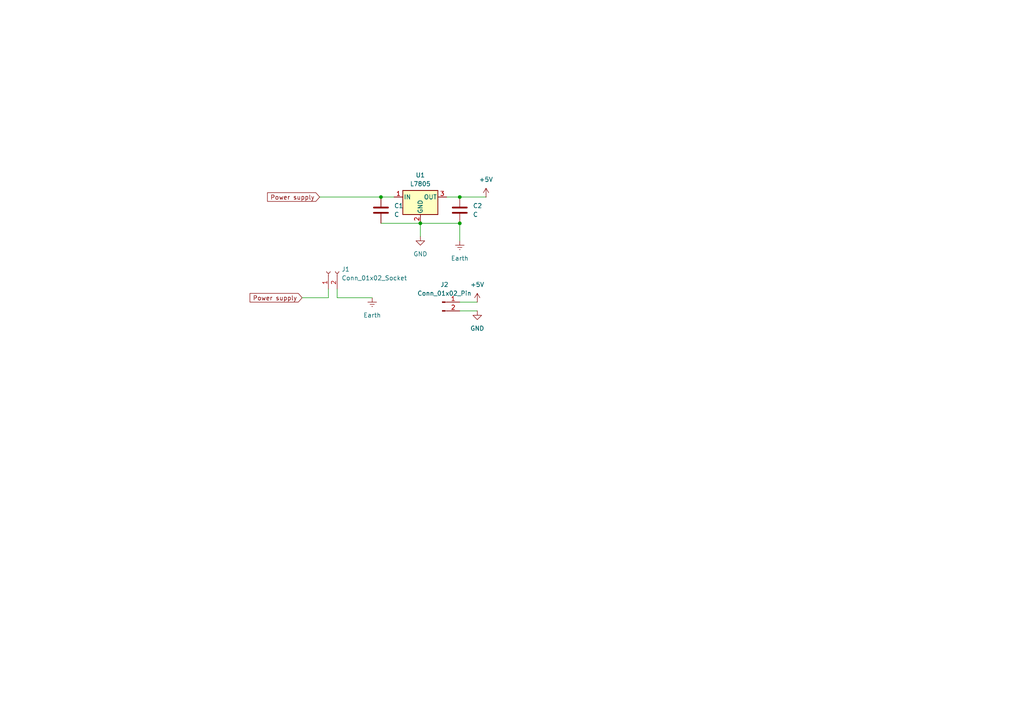
<source format=kicad_sch>
(kicad_sch
	(version 20231120)
	(generator "eeschema")
	(generator_version "8.0")
	(uuid "acf0e35e-ef84-4c98-b944-34ae9046d11a")
	(paper "A4")
	(lib_symbols
		(symbol "Connector:Conn_01x02_Pin"
			(pin_names
				(offset 1.016) hide)
			(exclude_from_sim no)
			(in_bom yes)
			(on_board yes)
			(property "Reference" "J"
				(at 0 2.54 0)
				(effects
					(font
						(size 1.27 1.27)
					)
				)
			)
			(property "Value" "Conn_01x02_Pin"
				(at 0 -5.08 0)
				(effects
					(font
						(size 1.27 1.27)
					)
				)
			)
			(property "Footprint" ""
				(at 0 0 0)
				(effects
					(font
						(size 1.27 1.27)
					)
					(hide yes)
				)
			)
			(property "Datasheet" "~"
				(at 0 0 0)
				(effects
					(font
						(size 1.27 1.27)
					)
					(hide yes)
				)
			)
			(property "Description" "Generic connector, single row, 01x02, script generated"
				(at 0 0 0)
				(effects
					(font
						(size 1.27 1.27)
					)
					(hide yes)
				)
			)
			(property "ki_locked" ""
				(at 0 0 0)
				(effects
					(font
						(size 1.27 1.27)
					)
				)
			)
			(property "ki_keywords" "connector"
				(at 0 0 0)
				(effects
					(font
						(size 1.27 1.27)
					)
					(hide yes)
				)
			)
			(property "ki_fp_filters" "Connector*:*_1x??_*"
				(at 0 0 0)
				(effects
					(font
						(size 1.27 1.27)
					)
					(hide yes)
				)
			)
			(symbol "Conn_01x02_Pin_1_1"
				(polyline
					(pts
						(xy 1.27 -2.54) (xy 0.8636 -2.54)
					)
					(stroke
						(width 0.1524)
						(type default)
					)
					(fill
						(type none)
					)
				)
				(polyline
					(pts
						(xy 1.27 0) (xy 0.8636 0)
					)
					(stroke
						(width 0.1524)
						(type default)
					)
					(fill
						(type none)
					)
				)
				(rectangle
					(start 0.8636 -2.413)
					(end 0 -2.667)
					(stroke
						(width 0.1524)
						(type default)
					)
					(fill
						(type outline)
					)
				)
				(rectangle
					(start 0.8636 0.127)
					(end 0 -0.127)
					(stroke
						(width 0.1524)
						(type default)
					)
					(fill
						(type outline)
					)
				)
				(pin passive line
					(at 5.08 0 180)
					(length 3.81)
					(name "Pin_1"
						(effects
							(font
								(size 1.27 1.27)
							)
						)
					)
					(number "1"
						(effects
							(font
								(size 1.27 1.27)
							)
						)
					)
				)
				(pin passive line
					(at 5.08 -2.54 180)
					(length 3.81)
					(name "Pin_2"
						(effects
							(font
								(size 1.27 1.27)
							)
						)
					)
					(number "2"
						(effects
							(font
								(size 1.27 1.27)
							)
						)
					)
				)
			)
		)
		(symbol "Connector:Conn_01x02_Socket"
			(pin_names
				(offset 1.016) hide)
			(exclude_from_sim no)
			(in_bom yes)
			(on_board yes)
			(property "Reference" "J"
				(at 0 2.54 0)
				(effects
					(font
						(size 1.27 1.27)
					)
				)
			)
			(property "Value" "Conn_01x02_Socket"
				(at 0 -5.08 0)
				(effects
					(font
						(size 1.27 1.27)
					)
				)
			)
			(property "Footprint" ""
				(at 0 0 0)
				(effects
					(font
						(size 1.27 1.27)
					)
					(hide yes)
				)
			)
			(property "Datasheet" "~"
				(at 0 0 0)
				(effects
					(font
						(size 1.27 1.27)
					)
					(hide yes)
				)
			)
			(property "Description" "Generic connector, single row, 01x02, script generated"
				(at 0 0 0)
				(effects
					(font
						(size 1.27 1.27)
					)
					(hide yes)
				)
			)
			(property "ki_locked" ""
				(at 0 0 0)
				(effects
					(font
						(size 1.27 1.27)
					)
				)
			)
			(property "ki_keywords" "connector"
				(at 0 0 0)
				(effects
					(font
						(size 1.27 1.27)
					)
					(hide yes)
				)
			)
			(property "ki_fp_filters" "Connector*:*_1x??_*"
				(at 0 0 0)
				(effects
					(font
						(size 1.27 1.27)
					)
					(hide yes)
				)
			)
			(symbol "Conn_01x02_Socket_1_1"
				(arc
					(start 0 -2.032)
					(mid -0.5058 -2.54)
					(end 0 -3.048)
					(stroke
						(width 0.1524)
						(type default)
					)
					(fill
						(type none)
					)
				)
				(polyline
					(pts
						(xy -1.27 -2.54) (xy -0.508 -2.54)
					)
					(stroke
						(width 0.1524)
						(type default)
					)
					(fill
						(type none)
					)
				)
				(polyline
					(pts
						(xy -1.27 0) (xy -0.508 0)
					)
					(stroke
						(width 0.1524)
						(type default)
					)
					(fill
						(type none)
					)
				)
				(arc
					(start 0 0.508)
					(mid -0.5058 0)
					(end 0 -0.508)
					(stroke
						(width 0.1524)
						(type default)
					)
					(fill
						(type none)
					)
				)
				(pin passive line
					(at -5.08 0 0)
					(length 3.81)
					(name "Pin_1"
						(effects
							(font
								(size 1.27 1.27)
							)
						)
					)
					(number "1"
						(effects
							(font
								(size 1.27 1.27)
							)
						)
					)
				)
				(pin passive line
					(at -5.08 -2.54 0)
					(length 3.81)
					(name "Pin_2"
						(effects
							(font
								(size 1.27 1.27)
							)
						)
					)
					(number "2"
						(effects
							(font
								(size 1.27 1.27)
							)
						)
					)
				)
			)
		)
		(symbol "Device:C"
			(pin_numbers hide)
			(pin_names
				(offset 0.254)
			)
			(exclude_from_sim no)
			(in_bom yes)
			(on_board yes)
			(property "Reference" "C"
				(at 0.635 2.54 0)
				(effects
					(font
						(size 1.27 1.27)
					)
					(justify left)
				)
			)
			(property "Value" "C"
				(at 0.635 -2.54 0)
				(effects
					(font
						(size 1.27 1.27)
					)
					(justify left)
				)
			)
			(property "Footprint" ""
				(at 0.9652 -3.81 0)
				(effects
					(font
						(size 1.27 1.27)
					)
					(hide yes)
				)
			)
			(property "Datasheet" "~"
				(at 0 0 0)
				(effects
					(font
						(size 1.27 1.27)
					)
					(hide yes)
				)
			)
			(property "Description" "Unpolarized capacitor"
				(at 0 0 0)
				(effects
					(font
						(size 1.27 1.27)
					)
					(hide yes)
				)
			)
			(property "ki_keywords" "cap capacitor"
				(at 0 0 0)
				(effects
					(font
						(size 1.27 1.27)
					)
					(hide yes)
				)
			)
			(property "ki_fp_filters" "C_*"
				(at 0 0 0)
				(effects
					(font
						(size 1.27 1.27)
					)
					(hide yes)
				)
			)
			(symbol "C_0_1"
				(polyline
					(pts
						(xy -2.032 -0.762) (xy 2.032 -0.762)
					)
					(stroke
						(width 0.508)
						(type default)
					)
					(fill
						(type none)
					)
				)
				(polyline
					(pts
						(xy -2.032 0.762) (xy 2.032 0.762)
					)
					(stroke
						(width 0.508)
						(type default)
					)
					(fill
						(type none)
					)
				)
			)
			(symbol "C_1_1"
				(pin passive line
					(at 0 3.81 270)
					(length 2.794)
					(name "~"
						(effects
							(font
								(size 1.27 1.27)
							)
						)
					)
					(number "1"
						(effects
							(font
								(size 1.27 1.27)
							)
						)
					)
				)
				(pin passive line
					(at 0 -3.81 90)
					(length 2.794)
					(name "~"
						(effects
							(font
								(size 1.27 1.27)
							)
						)
					)
					(number "2"
						(effects
							(font
								(size 1.27 1.27)
							)
						)
					)
				)
			)
		)
		(symbol "Regulator_Linear:L7805"
			(pin_names
				(offset 0.254)
			)
			(exclude_from_sim no)
			(in_bom yes)
			(on_board yes)
			(property "Reference" "U"
				(at -3.81 3.175 0)
				(effects
					(font
						(size 1.27 1.27)
					)
				)
			)
			(property "Value" "L7805"
				(at 0 3.175 0)
				(effects
					(font
						(size 1.27 1.27)
					)
					(justify left)
				)
			)
			(property "Footprint" ""
				(at 0.635 -3.81 0)
				(effects
					(font
						(size 1.27 1.27)
						(italic yes)
					)
					(justify left)
					(hide yes)
				)
			)
			(property "Datasheet" "http://www.st.com/content/ccc/resource/technical/document/datasheet/41/4f/b3/b0/12/d4/47/88/CD00000444.pdf/files/CD00000444.pdf/jcr:content/translations/en.CD00000444.pdf"
				(at 0 -1.27 0)
				(effects
					(font
						(size 1.27 1.27)
					)
					(hide yes)
				)
			)
			(property "Description" "Positive 1.5A 35V Linear Regulator, Fixed Output 5V, TO-220/TO-263/TO-252"
				(at 0 0 0)
				(effects
					(font
						(size 1.27 1.27)
					)
					(hide yes)
				)
			)
			(property "ki_keywords" "Voltage Regulator 1.5A Positive"
				(at 0 0 0)
				(effects
					(font
						(size 1.27 1.27)
					)
					(hide yes)
				)
			)
			(property "ki_fp_filters" "TO?252* TO?263* TO?220*"
				(at 0 0 0)
				(effects
					(font
						(size 1.27 1.27)
					)
					(hide yes)
				)
			)
			(symbol "L7805_0_1"
				(rectangle
					(start -5.08 1.905)
					(end 5.08 -5.08)
					(stroke
						(width 0.254)
						(type default)
					)
					(fill
						(type background)
					)
				)
			)
			(symbol "L7805_1_1"
				(pin power_in line
					(at -7.62 0 0)
					(length 2.54)
					(name "IN"
						(effects
							(font
								(size 1.27 1.27)
							)
						)
					)
					(number "1"
						(effects
							(font
								(size 1.27 1.27)
							)
						)
					)
				)
				(pin power_in line
					(at 0 -7.62 90)
					(length 2.54)
					(name "GND"
						(effects
							(font
								(size 1.27 1.27)
							)
						)
					)
					(number "2"
						(effects
							(font
								(size 1.27 1.27)
							)
						)
					)
				)
				(pin power_out line
					(at 7.62 0 180)
					(length 2.54)
					(name "OUT"
						(effects
							(font
								(size 1.27 1.27)
							)
						)
					)
					(number "3"
						(effects
							(font
								(size 1.27 1.27)
							)
						)
					)
				)
			)
		)
		(symbol "power:+5V"
			(power)
			(pin_numbers hide)
			(pin_names
				(offset 0) hide)
			(exclude_from_sim no)
			(in_bom yes)
			(on_board yes)
			(property "Reference" "#PWR"
				(at 0 -3.81 0)
				(effects
					(font
						(size 1.27 1.27)
					)
					(hide yes)
				)
			)
			(property "Value" "+5V"
				(at 0 3.556 0)
				(effects
					(font
						(size 1.27 1.27)
					)
				)
			)
			(property "Footprint" ""
				(at 0 0 0)
				(effects
					(font
						(size 1.27 1.27)
					)
					(hide yes)
				)
			)
			(property "Datasheet" ""
				(at 0 0 0)
				(effects
					(font
						(size 1.27 1.27)
					)
					(hide yes)
				)
			)
			(property "Description" "Power symbol creates a global label with name \"+5V\""
				(at 0 0 0)
				(effects
					(font
						(size 1.27 1.27)
					)
					(hide yes)
				)
			)
			(property "ki_keywords" "global power"
				(at 0 0 0)
				(effects
					(font
						(size 1.27 1.27)
					)
					(hide yes)
				)
			)
			(symbol "+5V_0_1"
				(polyline
					(pts
						(xy -0.762 1.27) (xy 0 2.54)
					)
					(stroke
						(width 0)
						(type default)
					)
					(fill
						(type none)
					)
				)
				(polyline
					(pts
						(xy 0 0) (xy 0 2.54)
					)
					(stroke
						(width 0)
						(type default)
					)
					(fill
						(type none)
					)
				)
				(polyline
					(pts
						(xy 0 2.54) (xy 0.762 1.27)
					)
					(stroke
						(width 0)
						(type default)
					)
					(fill
						(type none)
					)
				)
			)
			(symbol "+5V_1_1"
				(pin power_in line
					(at 0 0 90)
					(length 0)
					(name "~"
						(effects
							(font
								(size 1.27 1.27)
							)
						)
					)
					(number "1"
						(effects
							(font
								(size 1.27 1.27)
							)
						)
					)
				)
			)
		)
		(symbol "power:Earth"
			(power)
			(pin_numbers hide)
			(pin_names
				(offset 0) hide)
			(exclude_from_sim no)
			(in_bom yes)
			(on_board yes)
			(property "Reference" "#PWR"
				(at 0 -6.35 0)
				(effects
					(font
						(size 1.27 1.27)
					)
					(hide yes)
				)
			)
			(property "Value" "Earth"
				(at 0 -3.81 0)
				(effects
					(font
						(size 1.27 1.27)
					)
				)
			)
			(property "Footprint" ""
				(at 0 0 0)
				(effects
					(font
						(size 1.27 1.27)
					)
					(hide yes)
				)
			)
			(property "Datasheet" "~"
				(at 0 0 0)
				(effects
					(font
						(size 1.27 1.27)
					)
					(hide yes)
				)
			)
			(property "Description" "Power symbol creates a global label with name \"Earth\""
				(at 0 0 0)
				(effects
					(font
						(size 1.27 1.27)
					)
					(hide yes)
				)
			)
			(property "ki_keywords" "global ground gnd"
				(at 0 0 0)
				(effects
					(font
						(size 1.27 1.27)
					)
					(hide yes)
				)
			)
			(symbol "Earth_0_1"
				(polyline
					(pts
						(xy -0.635 -1.905) (xy 0.635 -1.905)
					)
					(stroke
						(width 0)
						(type default)
					)
					(fill
						(type none)
					)
				)
				(polyline
					(pts
						(xy -0.127 -2.54) (xy 0.127 -2.54)
					)
					(stroke
						(width 0)
						(type default)
					)
					(fill
						(type none)
					)
				)
				(polyline
					(pts
						(xy 0 -1.27) (xy 0 0)
					)
					(stroke
						(width 0)
						(type default)
					)
					(fill
						(type none)
					)
				)
				(polyline
					(pts
						(xy 1.27 -1.27) (xy -1.27 -1.27)
					)
					(stroke
						(width 0)
						(type default)
					)
					(fill
						(type none)
					)
				)
			)
			(symbol "Earth_1_1"
				(pin power_in line
					(at 0 0 270)
					(length 0)
					(name "~"
						(effects
							(font
								(size 1.27 1.27)
							)
						)
					)
					(number "1"
						(effects
							(font
								(size 1.27 1.27)
							)
						)
					)
				)
			)
		)
		(symbol "power:GND"
			(power)
			(pin_numbers hide)
			(pin_names
				(offset 0) hide)
			(exclude_from_sim no)
			(in_bom yes)
			(on_board yes)
			(property "Reference" "#PWR"
				(at 0 -6.35 0)
				(effects
					(font
						(size 1.27 1.27)
					)
					(hide yes)
				)
			)
			(property "Value" "GND"
				(at 0 -3.81 0)
				(effects
					(font
						(size 1.27 1.27)
					)
				)
			)
			(property "Footprint" ""
				(at 0 0 0)
				(effects
					(font
						(size 1.27 1.27)
					)
					(hide yes)
				)
			)
			(property "Datasheet" ""
				(at 0 0 0)
				(effects
					(font
						(size 1.27 1.27)
					)
					(hide yes)
				)
			)
			(property "Description" "Power symbol creates a global label with name \"GND\" , ground"
				(at 0 0 0)
				(effects
					(font
						(size 1.27 1.27)
					)
					(hide yes)
				)
			)
			(property "ki_keywords" "global power"
				(at 0 0 0)
				(effects
					(font
						(size 1.27 1.27)
					)
					(hide yes)
				)
			)
			(symbol "GND_0_1"
				(polyline
					(pts
						(xy 0 0) (xy 0 -1.27) (xy 1.27 -1.27) (xy 0 -2.54) (xy -1.27 -1.27) (xy 0 -1.27)
					)
					(stroke
						(width 0)
						(type default)
					)
					(fill
						(type none)
					)
				)
			)
			(symbol "GND_1_1"
				(pin power_in line
					(at 0 0 270)
					(length 0)
					(name "~"
						(effects
							(font
								(size 1.27 1.27)
							)
						)
					)
					(number "1"
						(effects
							(font
								(size 1.27 1.27)
							)
						)
					)
				)
			)
		)
	)
	(junction
		(at 121.92 64.77)
		(diameter 0)
		(color 0 0 0 0)
		(uuid "91f1a215-9a77-41d5-82f1-9e05dc22a2b2")
	)
	(junction
		(at 133.35 64.77)
		(diameter 0)
		(color 0 0 0 0)
		(uuid "b19e7576-7ba5-4dc5-a33d-e9f3b7615a7e")
	)
	(junction
		(at 133.35 57.15)
		(diameter 0)
		(color 0 0 0 0)
		(uuid "b4c7d1a7-61c6-4b34-b5dd-e725b1f973b7")
	)
	(junction
		(at 110.49 57.15)
		(diameter 0)
		(color 0 0 0 0)
		(uuid "d64e2ae6-79bc-41c0-b645-04e39cd32768")
	)
	(wire
		(pts
			(xy 121.92 64.77) (xy 133.35 64.77)
		)
		(stroke
			(width 0)
			(type default)
		)
		(uuid "145c767a-fba6-448d-b2c6-71d71c4cb2a8")
	)
	(wire
		(pts
			(xy 92.71 57.15) (xy 110.49 57.15)
		)
		(stroke
			(width 0)
			(type default)
		)
		(uuid "200ad9e4-46e7-4b5a-a1ea-734a88323b3a")
	)
	(wire
		(pts
			(xy 95.25 86.36) (xy 95.25 83.82)
		)
		(stroke
			(width 0)
			(type default)
		)
		(uuid "225c9660-4eba-481b-99b3-b0474f0b8ca3")
	)
	(wire
		(pts
			(xy 129.54 57.15) (xy 133.35 57.15)
		)
		(stroke
			(width 0)
			(type default)
		)
		(uuid "2516185d-20fb-44f5-91aa-39906918a4b6")
	)
	(wire
		(pts
			(xy 133.35 64.77) (xy 133.35 69.85)
		)
		(stroke
			(width 0)
			(type default)
		)
		(uuid "2778f5df-3982-4859-a635-7a3eba826272")
	)
	(wire
		(pts
			(xy 110.49 57.15) (xy 114.3 57.15)
		)
		(stroke
			(width 0)
			(type default)
		)
		(uuid "390d0b39-0edc-4e00-880d-74b68999a584")
	)
	(wire
		(pts
			(xy 133.35 57.15) (xy 140.97 57.15)
		)
		(stroke
			(width 0)
			(type default)
		)
		(uuid "5147910d-6f21-478e-9a9a-c0361207e521")
	)
	(wire
		(pts
			(xy 87.63 86.36) (xy 95.25 86.36)
		)
		(stroke
			(width 0)
			(type default)
		)
		(uuid "56fad6a2-08e5-42df-ae69-d047f5047b83")
	)
	(wire
		(pts
			(xy 121.92 64.77) (xy 121.92 68.58)
		)
		(stroke
			(width 0)
			(type default)
		)
		(uuid "6cc75c6a-8c91-48f8-a7e8-896fffef37c9")
	)
	(wire
		(pts
			(xy 110.49 64.77) (xy 121.92 64.77)
		)
		(stroke
			(width 0)
			(type default)
		)
		(uuid "9b9d8659-ee7f-4d51-84b9-6c0c0df27286")
	)
	(wire
		(pts
			(xy 97.79 83.82) (xy 97.79 86.36)
		)
		(stroke
			(width 0)
			(type default)
		)
		(uuid "9d3bb4b3-5ba3-4cd9-bfc6-69f88f0e6130")
	)
	(wire
		(pts
			(xy 133.35 90.17) (xy 138.43 90.17)
		)
		(stroke
			(width 0)
			(type default)
		)
		(uuid "d990b528-8fc0-4144-90c8-343f5540317f")
	)
	(wire
		(pts
			(xy 97.79 86.36) (xy 107.95 86.36)
		)
		(stroke
			(width 0)
			(type default)
		)
		(uuid "f40b669a-bea3-46c9-8066-309a8107bdae")
	)
	(wire
		(pts
			(xy 133.35 87.63) (xy 138.43 87.63)
		)
		(stroke
			(width 0)
			(type default)
		)
		(uuid "fe8cc761-782e-45ec-8938-72fa2f7a03fe")
	)
	(global_label "Power supply"
		(shape input)
		(at 87.63 86.36 180)
		(fields_autoplaced yes)
		(effects
			(font
				(size 1.27 1.27)
			)
			(justify right)
		)
		(uuid "2806c525-a796-4716-a6aa-8f1ff2df9a61")
		(property "Intersheetrefs" "${INTERSHEET_REFS}"
			(at 71.945 86.36 0)
			(effects
				(font
					(size 1.27 1.27)
				)
				(justify right)
				(hide yes)
			)
		)
	)
	(global_label "Power supply"
		(shape input)
		(at 92.71 57.15 180)
		(fields_autoplaced yes)
		(effects
			(font
				(size 1.27 1.27)
			)
			(justify right)
		)
		(uuid "55d8505f-f9c1-4020-860b-00c77053523b")
		(property "Intersheetrefs" "${INTERSHEET_REFS}"
			(at 77.025 57.15 0)
			(effects
				(font
					(size 1.27 1.27)
				)
				(justify right)
				(hide yes)
			)
		)
	)
	(symbol
		(lib_id "Device:C")
		(at 110.49 60.96 0)
		(unit 1)
		(exclude_from_sim no)
		(in_bom yes)
		(on_board yes)
		(dnp no)
		(fields_autoplaced yes)
		(uuid "320eb872-66fe-46d5-8f91-7cc038aba045")
		(property "Reference" "C1"
			(at 114.3 59.6899 0)
			(effects
				(font
					(size 1.27 1.27)
				)
				(justify left)
			)
		)
		(property "Value" "C"
			(at 114.3 62.2299 0)
			(effects
				(font
					(size 1.27 1.27)
				)
				(justify left)
			)
		)
		(property "Footprint" "Capacitor_THT:CP_Radial_D4.0mm_P1.50mm"
			(at 111.4552 64.77 0)
			(effects
				(font
					(size 1.27 1.27)
				)
				(hide yes)
			)
		)
		(property "Datasheet" "~"
			(at 110.49 60.96 0)
			(effects
				(font
					(size 1.27 1.27)
				)
				(hide yes)
			)
		)
		(property "Description" "Unpolarized capacitor"
			(at 110.49 60.96 0)
			(effects
				(font
					(size 1.27 1.27)
				)
				(hide yes)
			)
		)
		(pin "1"
			(uuid "942e0781-e5a2-45fc-9821-314084b339d5")
		)
		(pin "2"
			(uuid "38742b28-1492-4b29-bcc8-3dd05b083dee")
		)
		(instances
			(project "PCB_2_Alimentation"
				(path "/acf0e35e-ef84-4c98-b944-34ae9046d11a"
					(reference "C1")
					(unit 1)
				)
			)
		)
	)
	(symbol
		(lib_id "power:+5V")
		(at 140.97 57.15 0)
		(unit 1)
		(exclude_from_sim no)
		(in_bom yes)
		(on_board yes)
		(dnp no)
		(fields_autoplaced yes)
		(uuid "5cff7c20-6759-4d71-9347-930ac5889543")
		(property "Reference" "#PWR02"
			(at 140.97 60.96 0)
			(effects
				(font
					(size 1.27 1.27)
				)
				(hide yes)
			)
		)
		(property "Value" "+5V"
			(at 140.97 52.07 0)
			(effects
				(font
					(size 1.27 1.27)
				)
			)
		)
		(property "Footprint" ""
			(at 140.97 57.15 0)
			(effects
				(font
					(size 1.27 1.27)
				)
				(hide yes)
			)
		)
		(property "Datasheet" ""
			(at 140.97 57.15 0)
			(effects
				(font
					(size 1.27 1.27)
				)
				(hide yes)
			)
		)
		(property "Description" "Power symbol creates a global label with name \"+5V\""
			(at 140.97 57.15 0)
			(effects
				(font
					(size 1.27 1.27)
				)
				(hide yes)
			)
		)
		(pin "1"
			(uuid "349275d6-25e8-49d0-82da-125596da7c7e")
		)
		(instances
			(project ""
				(path "/acf0e35e-ef84-4c98-b944-34ae9046d11a"
					(reference "#PWR02")
					(unit 1)
				)
			)
		)
	)
	(symbol
		(lib_id "Regulator_Linear:L7805")
		(at 121.92 57.15 0)
		(unit 1)
		(exclude_from_sim no)
		(in_bom yes)
		(on_board yes)
		(dnp no)
		(fields_autoplaced yes)
		(uuid "67f60664-9164-4905-9116-c79bfeb723e4")
		(property "Reference" "U1"
			(at 121.92 50.8 0)
			(effects
				(font
					(size 1.27 1.27)
				)
			)
		)
		(property "Value" "L7805"
			(at 121.92 53.34 0)
			(effects
				(font
					(size 1.27 1.27)
				)
			)
		)
		(property "Footprint" "Package_TO_SOT_THT:TO-220-3_Vertical"
			(at 122.555 60.96 0)
			(effects
				(font
					(size 1.27 1.27)
					(italic yes)
				)
				(justify left)
				(hide yes)
			)
		)
		(property "Datasheet" "http://www.st.com/content/ccc/resource/technical/document/datasheet/41/4f/b3/b0/12/d4/47/88/CD00000444.pdf/files/CD00000444.pdf/jcr:content/translations/en.CD00000444.pdf"
			(at 121.92 58.42 0)
			(effects
				(font
					(size 1.27 1.27)
				)
				(hide yes)
			)
		)
		(property "Description" "Positive 1.5A 35V Linear Regulator, Fixed Output 5V, TO-220/TO-263/TO-252"
			(at 121.92 57.15 0)
			(effects
				(font
					(size 1.27 1.27)
				)
				(hide yes)
			)
		)
		(pin "3"
			(uuid "2985caa4-5a2a-4706-a61c-78d0366120f9")
		)
		(pin "2"
			(uuid "d0e114ff-8718-4ff3-99dc-e1a14e24cdfc")
		)
		(pin "1"
			(uuid "d56e7494-2aab-4cda-b622-723cd93f3057")
		)
		(instances
			(project "PCB_2_Alimentation"
				(path "/acf0e35e-ef84-4c98-b944-34ae9046d11a"
					(reference "U1")
					(unit 1)
				)
			)
		)
	)
	(symbol
		(lib_id "power:Earth")
		(at 107.95 86.36 0)
		(unit 1)
		(exclude_from_sim no)
		(in_bom yes)
		(on_board yes)
		(dnp no)
		(fields_autoplaced yes)
		(uuid "713a8744-186b-440e-8fd0-5740d138c8d4")
		(property "Reference" "#PWR04"
			(at 107.95 92.71 0)
			(effects
				(font
					(size 1.27 1.27)
				)
				(hide yes)
			)
		)
		(property "Value" "Earth"
			(at 107.95 91.44 0)
			(effects
				(font
					(size 1.27 1.27)
				)
			)
		)
		(property "Footprint" ""
			(at 107.95 86.36 0)
			(effects
				(font
					(size 1.27 1.27)
				)
				(hide yes)
			)
		)
		(property "Datasheet" "~"
			(at 107.95 86.36 0)
			(effects
				(font
					(size 1.27 1.27)
				)
				(hide yes)
			)
		)
		(property "Description" "Power symbol creates a global label with name \"Earth\""
			(at 107.95 86.36 0)
			(effects
				(font
					(size 1.27 1.27)
				)
				(hide yes)
			)
		)
		(pin "1"
			(uuid "12dee2e1-6a00-4b14-8d1a-a39417735ef2")
		)
		(instances
			(project "PCB_2_Alimentation"
				(path "/acf0e35e-ef84-4c98-b944-34ae9046d11a"
					(reference "#PWR04")
					(unit 1)
				)
			)
		)
	)
	(symbol
		(lib_id "power:GND")
		(at 121.92 68.58 0)
		(unit 1)
		(exclude_from_sim no)
		(in_bom yes)
		(on_board yes)
		(dnp no)
		(fields_autoplaced yes)
		(uuid "8828053c-57ef-4dee-8b69-28b987986756")
		(property "Reference" "#PWR01"
			(at 121.92 74.93 0)
			(effects
				(font
					(size 1.27 1.27)
				)
				(hide yes)
			)
		)
		(property "Value" "GND"
			(at 121.92 73.66 0)
			(effects
				(font
					(size 1.27 1.27)
				)
			)
		)
		(property "Footprint" ""
			(at 121.92 68.58 0)
			(effects
				(font
					(size 1.27 1.27)
				)
				(hide yes)
			)
		)
		(property "Datasheet" ""
			(at 121.92 68.58 0)
			(effects
				(font
					(size 1.27 1.27)
				)
				(hide yes)
			)
		)
		(property "Description" "Power symbol creates a global label with name \"GND\" , ground"
			(at 121.92 68.58 0)
			(effects
				(font
					(size 1.27 1.27)
				)
				(hide yes)
			)
		)
		(pin "1"
			(uuid "303a3e35-3b73-443d-977f-3ea0725d0ec7")
		)
		(instances
			(project ""
				(path "/acf0e35e-ef84-4c98-b944-34ae9046d11a"
					(reference "#PWR01")
					(unit 1)
				)
			)
		)
	)
	(symbol
		(lib_id "power:Earth")
		(at 133.35 69.85 0)
		(unit 1)
		(exclude_from_sim no)
		(in_bom yes)
		(on_board yes)
		(dnp no)
		(fields_autoplaced yes)
		(uuid "9d1f37a3-6d12-4229-a1e0-7b4a6c30080f")
		(property "Reference" "#PWR03"
			(at 133.35 76.2 0)
			(effects
				(font
					(size 1.27 1.27)
				)
				(hide yes)
			)
		)
		(property "Value" "Earth"
			(at 133.35 74.93 0)
			(effects
				(font
					(size 1.27 1.27)
				)
			)
		)
		(property "Footprint" ""
			(at 133.35 69.85 0)
			(effects
				(font
					(size 1.27 1.27)
				)
				(hide yes)
			)
		)
		(property "Datasheet" "~"
			(at 133.35 69.85 0)
			(effects
				(font
					(size 1.27 1.27)
				)
				(hide yes)
			)
		)
		(property "Description" "Power symbol creates a global label with name \"Earth\""
			(at 133.35 69.85 0)
			(effects
				(font
					(size 1.27 1.27)
				)
				(hide yes)
			)
		)
		(pin "1"
			(uuid "1268da96-aaf4-48d9-84e8-345d7fed69f5")
		)
		(instances
			(project ""
				(path "/acf0e35e-ef84-4c98-b944-34ae9046d11a"
					(reference "#PWR03")
					(unit 1)
				)
			)
		)
	)
	(symbol
		(lib_id "Device:C")
		(at 133.35 60.96 0)
		(unit 1)
		(exclude_from_sim no)
		(in_bom yes)
		(on_board yes)
		(dnp no)
		(fields_autoplaced yes)
		(uuid "a1e06b6c-8d61-4397-8b65-2a621b9d9289")
		(property "Reference" "C2"
			(at 137.16 59.6899 0)
			(effects
				(font
					(size 1.27 1.27)
				)
				(justify left)
			)
		)
		(property "Value" "C"
			(at 137.16 62.2299 0)
			(effects
				(font
					(size 1.27 1.27)
				)
				(justify left)
			)
		)
		(property "Footprint" "Capacitor_THT:CP_Radial_D4.0mm_P1.50mm"
			(at 134.3152 64.77 0)
			(effects
				(font
					(size 1.27 1.27)
				)
				(hide yes)
			)
		)
		(property "Datasheet" "~"
			(at 133.35 60.96 0)
			(effects
				(font
					(size 1.27 1.27)
				)
				(hide yes)
			)
		)
		(property "Description" "Unpolarized capacitor"
			(at 133.35 60.96 0)
			(effects
				(font
					(size 1.27 1.27)
				)
				(hide yes)
			)
		)
		(pin "1"
			(uuid "e3535ddc-fdef-4112-9263-f6924a4f1f79")
		)
		(pin "2"
			(uuid "1c890d45-b4be-4c43-b6c6-95246cb652fc")
		)
		(instances
			(project "PCB_2_Alimentation"
				(path "/acf0e35e-ef84-4c98-b944-34ae9046d11a"
					(reference "C2")
					(unit 1)
				)
			)
		)
	)
	(symbol
		(lib_id "power:+5V")
		(at 138.43 87.63 0)
		(unit 1)
		(exclude_from_sim no)
		(in_bom yes)
		(on_board yes)
		(dnp no)
		(fields_autoplaced yes)
		(uuid "a91b3248-9794-413a-8246-1666f837b403")
		(property "Reference" "#PWR06"
			(at 138.43 91.44 0)
			(effects
				(font
					(size 1.27 1.27)
				)
				(hide yes)
			)
		)
		(property "Value" "+5V"
			(at 138.43 82.55 0)
			(effects
				(font
					(size 1.27 1.27)
				)
			)
		)
		(property "Footprint" ""
			(at 138.43 87.63 0)
			(effects
				(font
					(size 1.27 1.27)
				)
				(hide yes)
			)
		)
		(property "Datasheet" ""
			(at 138.43 87.63 0)
			(effects
				(font
					(size 1.27 1.27)
				)
				(hide yes)
			)
		)
		(property "Description" "Power symbol creates a global label with name \"+5V\""
			(at 138.43 87.63 0)
			(effects
				(font
					(size 1.27 1.27)
				)
				(hide yes)
			)
		)
		(pin "1"
			(uuid "f293d229-1a2d-4258-8911-c1fe869b5123")
		)
		(instances
			(project "PCB_2_Alimentation"
				(path "/acf0e35e-ef84-4c98-b944-34ae9046d11a"
					(reference "#PWR06")
					(unit 1)
				)
			)
		)
	)
	(symbol
		(lib_id "Connector:Conn_01x02_Pin")
		(at 128.27 87.63 0)
		(unit 1)
		(exclude_from_sim no)
		(in_bom yes)
		(on_board yes)
		(dnp no)
		(uuid "aea50347-6a97-4912-9038-1a749f5e67af")
		(property "Reference" "J2"
			(at 128.905 82.55 0)
			(effects
				(font
					(size 1.27 1.27)
				)
			)
		)
		(property "Value" "Conn_01x02_Pin"
			(at 128.905 85.09 0)
			(effects
				(font
					(size 1.27 1.27)
				)
			)
		)
		(property "Footprint" "Connector_PinHeader_2.54mm:PinHeader_1x02_P2.54mm_Horizontal"
			(at 128.27 87.63 0)
			(effects
				(font
					(size 1.27 1.27)
				)
				(hide yes)
			)
		)
		(property "Datasheet" "~"
			(at 128.27 87.63 0)
			(effects
				(font
					(size 1.27 1.27)
				)
				(hide yes)
			)
		)
		(property "Description" "Generic connector, single row, 01x02, script generated"
			(at 128.27 87.63 0)
			(effects
				(font
					(size 1.27 1.27)
				)
				(hide yes)
			)
		)
		(pin "1"
			(uuid "41bbdf4a-4256-42a7-9ddd-6eb3b6827ff5")
		)
		(pin "2"
			(uuid "ddc02e31-6bb9-4734-be37-a73be894e9a5")
		)
		(instances
			(project ""
				(path "/acf0e35e-ef84-4c98-b944-34ae9046d11a"
					(reference "J2")
					(unit 1)
				)
			)
		)
	)
	(symbol
		(lib_id "power:GND")
		(at 138.43 90.17 0)
		(unit 1)
		(exclude_from_sim no)
		(in_bom yes)
		(on_board yes)
		(dnp no)
		(fields_autoplaced yes)
		(uuid "c1bba8ec-d57b-466e-a2ea-d1d18821c664")
		(property "Reference" "#PWR05"
			(at 138.43 96.52 0)
			(effects
				(font
					(size 1.27 1.27)
				)
				(hide yes)
			)
		)
		(property "Value" "GND"
			(at 138.43 95.25 0)
			(effects
				(font
					(size 1.27 1.27)
				)
			)
		)
		(property "Footprint" ""
			(at 138.43 90.17 0)
			(effects
				(font
					(size 1.27 1.27)
				)
				(hide yes)
			)
		)
		(property "Datasheet" ""
			(at 138.43 90.17 0)
			(effects
				(font
					(size 1.27 1.27)
				)
				(hide yes)
			)
		)
		(property "Description" "Power symbol creates a global label with name \"GND\" , ground"
			(at 138.43 90.17 0)
			(effects
				(font
					(size 1.27 1.27)
				)
				(hide yes)
			)
		)
		(pin "1"
			(uuid "c3ce086e-a21b-4edb-a596-0441c37744ed")
		)
		(instances
			(project "PCB_2_Alimentation"
				(path "/acf0e35e-ef84-4c98-b944-34ae9046d11a"
					(reference "#PWR05")
					(unit 1)
				)
			)
		)
	)
	(symbol
		(lib_id "Connector:Conn_01x02_Socket")
		(at 95.25 78.74 90)
		(unit 1)
		(exclude_from_sim no)
		(in_bom yes)
		(on_board yes)
		(dnp no)
		(fields_autoplaced yes)
		(uuid "c51729e9-2876-484a-840d-acb604ae94ba")
		(property "Reference" "J1"
			(at 99.06 78.1049 90)
			(effects
				(font
					(size 1.27 1.27)
				)
				(justify right)
			)
		)
		(property "Value" "Conn_01x02_Socket"
			(at 99.06 80.6449 90)
			(effects
				(font
					(size 1.27 1.27)
				)
				(justify right)
			)
		)
		(property "Footprint" "TerminalBlock:TerminalBlock_bornier-2_P5.08mm"
			(at 95.25 78.74 0)
			(effects
				(font
					(size 1.27 1.27)
				)
				(hide yes)
			)
		)
		(property "Datasheet" "~"
			(at 95.25 78.74 0)
			(effects
				(font
					(size 1.27 1.27)
				)
				(hide yes)
			)
		)
		(property "Description" "Generic connector, single row, 01x02, script generated"
			(at 95.25 78.74 0)
			(effects
				(font
					(size 1.27 1.27)
				)
				(hide yes)
			)
		)
		(pin "1"
			(uuid "838c2dd4-b11e-4a04-80c2-0c14293ba430")
		)
		(pin "2"
			(uuid "fbbacc3d-7f5b-48a8-9915-73e61ee8b665")
		)
		(instances
			(project "PCB_2_Alimentation"
				(path "/acf0e35e-ef84-4c98-b944-34ae9046d11a"
					(reference "J1")
					(unit 1)
				)
			)
		)
	)
	(sheet_instances
		(path "/"
			(page "1")
		)
	)
)

</source>
